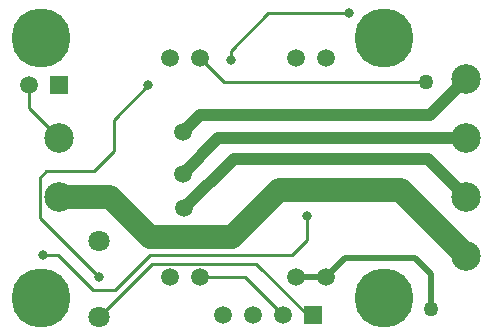
<source format=gbl>
%FSTAX24Y24*%
%MOIN*%
G70*
G01*
G75*
G04 Layer_Physical_Order=2*
G04 Layer_Color=16711680*
%ADD10R,0.0394X0.0787*%
%ADD11O,0.0394X0.0787*%
%ADD12R,0.0591X0.0551*%
%ADD13R,0.0315X0.0374*%
%ADD14R,0.0374X0.0315*%
%ADD15R,0.0472X0.0256*%
%ADD16R,0.0354X0.0591*%
%ADD17C,0.0100*%
%ADD18C,0.0300*%
%ADD19C,0.0600*%
%ADD20C,0.0900*%
%ADD21C,0.0200*%
%ADD22C,0.0400*%
%ADD23R,0.1250X0.1100*%
%ADD24C,0.0984*%
%ADD25C,0.0591*%
%ADD26C,0.0709*%
%ADD27R,0.0591X0.0591*%
%ADD28C,0.1969*%
%ADD29C,0.0320*%
%ADD30C,0.0500*%
%ADD31C,0.0800*%
D17*
X02445Y03055D02*
X0256Y0317D01*
X02445Y0295D02*
Y03055D01*
X0296Y0341D02*
X0323D01*
X02835Y03285D02*
X0296Y0341D01*
X02835Y03255D02*
Y03285D01*
X028133Y0318D02*
X03485D01*
X027321Y032612D02*
X028133Y0318D01*
X0304Y02605D02*
X0309Y02655D01*
X02565Y02605D02*
X0304D01*
X024484Y024884D02*
X02565Y02605D01*
X030909Y024041D02*
X031086D01*
X029193Y025757D02*
X030909Y024041D01*
X025737Y025757D02*
X029193D01*
X02395Y02397D02*
X025737Y025757D01*
X02375Y024884D02*
X024484D01*
X022588Y026046D02*
X02375Y024884D01*
X02198Y02727D02*
X02395Y0253D01*
X022096Y026046D02*
X022588D01*
X0309Y02655D02*
Y02735D01*
X021622Y030946D02*
X022622Y029946D01*
X021622Y030946D02*
Y031718D01*
X02198Y02727D02*
Y02863D01*
X0222Y02885D01*
X0238D01*
X02445Y0295D01*
X028815Y025312D02*
X030086Y024041D01*
X027321Y025312D02*
X028815D01*
D21*
X034492Y02595D02*
X035023Y025419D01*
X032159Y02595D02*
X034492D01*
X031521Y025312D02*
X032159Y02595D01*
X030521Y025312D02*
X031521D01*
X035023Y024237D02*
Y025419D01*
D22*
X034932Y02925D02*
X036204Y027978D01*
X02845Y02925D02*
X034932D01*
X0268Y0276D02*
X02845Y02925D01*
X026756Y028765D02*
X027937Y029946D01*
X036204D01*
X03499Y0307D02*
X036204Y031915D01*
X027313Y0307D02*
X03499D01*
X026756Y030143D02*
X027313Y0307D01*
D24*
X036204Y031915D02*
D03*
Y029946D02*
D03*
Y027978D02*
D03*
Y026009D02*
D03*
X022622Y029946D02*
D03*
Y027978D02*
D03*
D25*
X026321Y025312D02*
D03*
X031521D02*
D03*
X027321D02*
D03*
X030521D02*
D03*
X031521Y032612D02*
D03*
X026321D02*
D03*
X027321D02*
D03*
X030521D02*
D03*
X021622Y031718D02*
D03*
X030086Y024041D02*
D03*
X029086D02*
D03*
X028086D02*
D03*
X0268Y0276D02*
D03*
X026756Y028765D02*
D03*
Y030143D02*
D03*
D26*
X02395Y02397D02*
D03*
Y02653D02*
D03*
D27*
X022622Y031718D02*
D03*
X031086Y024041D02*
D03*
D28*
X022031Y024631D02*
D03*
Y033293D02*
D03*
X033448Y024631D02*
D03*
Y033293D02*
D03*
D29*
X0323Y0341D02*
D03*
X022096Y026046D02*
D03*
X0309Y02735D02*
D03*
X02835Y03255D02*
D03*
X02395Y0253D02*
D03*
X0256Y0317D02*
D03*
D30*
X035023Y024237D02*
D03*
X03485Y0318D02*
D03*
D31*
X02565Y02665D02*
X0284D01*
X024322Y027978D02*
X02565Y02665D01*
X0284D02*
X02995Y0282D01*
X034013D01*
X036204Y026009D01*
X022622Y027978D02*
X024322D01*
M02*

</source>
